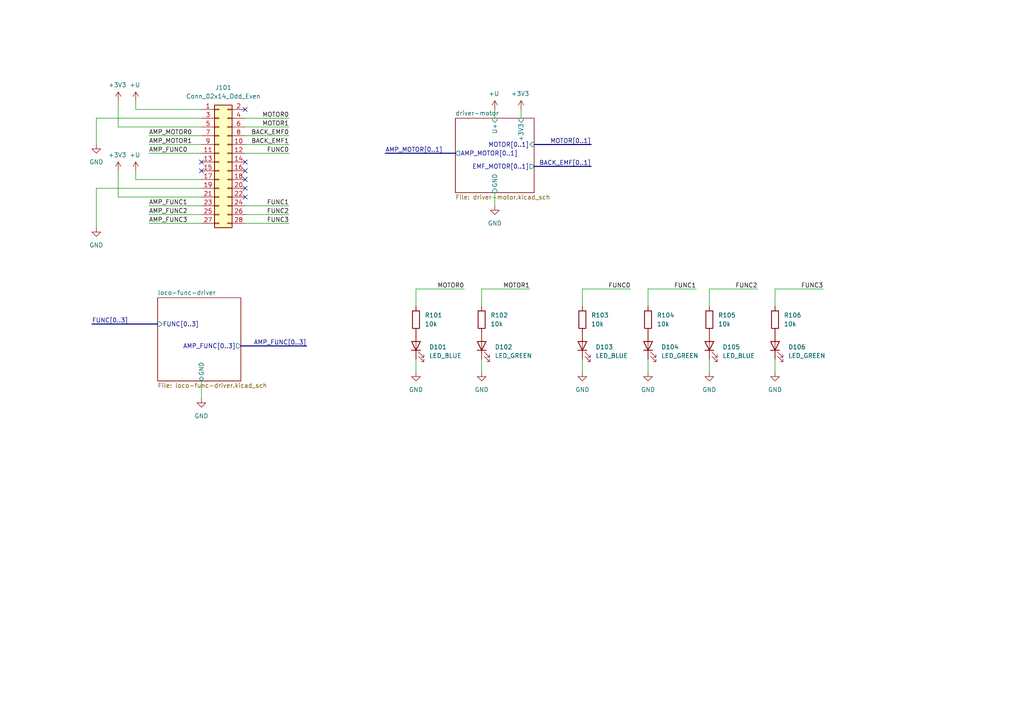
<source format=kicad_sch>
(kicad_sch (version 20231120) (generator "eeschema") (generator_version "8.0")
  (paper "A4")
  (lib_symbols
    (symbol "Connector_Generic:Conn_02x14_Odd_Even" (pin_names (offset 1.016) hide)
      (property "Reference" "J" (at 1.27 17.78 0))
      (property "Value" "Conn_02x14_Odd_Even" (at 1.27 -20.32 0))
      (symbol "Conn_02x14_Odd_Even_1_1"
        (rectangle (start -1.27 -17.653) (end 0 -17.907) (stroke (width 0.1524)))
        (rectangle (start -1.27 -15.113) (end 0 -15.367) (stroke (width 0.1524)))
        (rectangle (start -1.27 -12.573) (end 0 -12.827) (stroke (width 0.1524)))
        (rectangle (start -1.27 -10.033) (end 0 -10.287) (stroke (width 0.1524)))
        (rectangle (start -1.27 -7.493) (end 0 -7.747) (stroke (width 0.1524)))
        (rectangle (start -1.27 -4.953) (end 0 -5.207) (stroke (width 0.1524)))
        (rectangle (start -1.27 -2.413) (end 0 -2.667) (stroke (width 0.1524)))
        (rectangle (start -1.27 0.127) (end 0 -0.127) (stroke (width 0.1524)))
        (rectangle (start -1.27 2.667) (end 0 2.413) (stroke (width 0.1524)))
        (rectangle (start -1.27 5.207) (end 0 4.953) (stroke (width 0.1524)))
        (rectangle (start -1.27 7.747) (end 0 7.493) (stroke (width 0.1524)))
        (rectangle (start -1.27 10.287) (end 0 10.033) (stroke (width 0.1524)))
        (rectangle (start -1.27 12.827) (end 0 12.573) (stroke (width 0.1524)))
        (rectangle (start -1.27 15.367) (end 0 15.113) (stroke (width 0.1524)))
        (rectangle (start -1.27 16.51) (end 3.81 -19.05) (stroke (width 0.254)) (fill (type background)))
        (rectangle (start 3.81 -17.653) (end 2.54 -17.907) (stroke (width 0.1524)))
        (rectangle (start 3.81 -15.113) (end 2.54 -15.367) (stroke (width 0.1524)))
        (rectangle (start 3.81 -12.573) (end 2.54 -12.827) (stroke (width 0.1524)))
        (rectangle (start 3.81 -10.033) (end 2.54 -10.287) (stroke (width 0.1524)))
        (rectangle (start 3.81 -7.493) (end 2.54 -7.747) (stroke (width 0.1524)))
        (rectangle (start 3.81 -4.953) (end 2.54 -5.207) (stroke (width 0.1524)))
        (rectangle (start 3.81 -2.413) (end 2.54 -2.667) (stroke (width 0.1524)))
        (rectangle (start 3.81 0.127) (end 2.54 -0.127) (stroke (width 0.1524)))
        (rectangle (start 3.81 2.667) (end 2.54 2.413) (stroke (width 0.1524)))
        (rectangle (start 3.81 5.207) (end 2.54 4.953) (stroke (width 0.1524)))
        (rectangle (start 3.81 7.747) (end 2.54 7.493) (stroke (width 0.1524)))
        (rectangle (start 3.81 10.287) (end 2.54 10.033) (stroke (width 0.1524)))
        (rectangle (start 3.81 12.827) (end 2.54 12.573) (stroke (width 0.1524)))
        (rectangle (start 3.81 15.367) (end 2.54 15.113) (stroke (width 0.1524)))
        (pin passive line (at -5.08 15.24 0) (length 3.81) (name "Pin_1") (number "1"))
        (pin passive line (at 7.62 5.08 180) (length 3.81) (name "Pin_10") (number "10"))
        (pin passive line (at -5.08 2.54 0) (length 3.81) (name "Pin_11") (number "11"))
        (pin passive line (at 7.62 2.54 180) (length 3.81) (name "Pin_12") (number "12"))
        (pin passive line (at -5.08 0 0) (length 3.81) (name "Pin_13") (number "13"))
        (pin passive line (at 7.62 0 180) (length 3.81) (name "Pin_14") (number "14"))
        (pin passive line (at -5.08 -2.54 0) (length 3.81) (name "Pin_15") (number "15"))
        (pin passive line (at 7.62 -2.54 180) (length 3.81) (name "Pin_16") (number "16"))
        (pin passive line (at -5.08 -5.08 0) (length 3.81) (name "Pin_17") (number "17"))
        (pin passive line (at 7.62 -5.08 180) (length 3.81) (name "Pin_18") (number "18"))
        (pin passive line (at -5.08 -7.62 0) (length 3.81) (name "Pin_19") (number "19"))
        (pin passive line (at 7.62 15.24 180) (length 3.81) (name "Pin_2") (number "2"))
        (pin passive line (at 7.62 -7.62 180) (length 3.81) (name "Pin_20") (number "20"))
        (pin passive line (at -5.08 -10.16 0) (length 3.81) (name "Pin_21") (number "21"))
        (pin passive line (at 7.62 -10.16 180) (length 3.81) (name "Pin_22") (number "22"))
        (pin passive line (at -5.08 -12.7 0) (length 3.81) (name "Pin_23") (number "23"))
        (pin passive line (at 7.62 -12.7 180) (length 3.81) (name "Pin_24") (number "24"))
        (pin passive line (at -5.08 -15.24 0) (length 3.81) (name "Pin_25") (number "25"))
        (pin passive line (at 7.62 -15.24 180) (length 3.81) (name "Pin_26") (number "26"))
        (pin passive line (at -5.08 -17.78 0) (length 3.81) (name "Pin_27") (number "27"))
        (pin passive line (at 7.62 -17.78 180) (length 3.81) (name "Pin_28") (number "28"))
        (pin passive line (at -5.08 12.7 0) (length 3.81) (name "Pin_3") (number "3"))
        (pin passive line (at 7.62 12.7 180) (length 3.81) (name "Pin_4") (number "4"))
        (pin passive line (at -5.08 10.16 0) (length 3.81) (name "Pin_5") (number "5"))
        (pin passive line (at 7.62 10.16 180) (length 3.81) (name "Pin_6") (number "6"))
        (pin passive line (at -5.08 7.62 0) (length 3.81) (name "Pin_7") (number "7"))
        (pin passive line (at 7.62 7.62 180) (length 3.81) (name "Pin_8") (number "8"))
        (pin passive line (at -5.08 5.08 0) (length 3.81) (name "Pin_9") (number "9"))
      )
    )
    (symbol "Device:LED" (pin_numbers hide) (pin_names (offset 1.016) hide)
      (property "Reference" "D" (at 0 2.54 0))
      (property "Value" "LED" (at 0 -2.54 0))
      (symbol "LED_0_1"
        (polyline (pts (xy -1.27 -1.27) (xy -1.27 1.27)) (stroke (width 0.254)))
        (polyline (pts (xy -1.27 0) (xy 1.27 0)))
        (polyline (pts (xy 1.27 -1.27) (xy 1.27 1.27) (xy -1.27 0) (xy 1.27 -1.27)) (stroke (width 0.254)))
        (polyline (pts (xy -3.048 -0.762) (xy -4.572 -2.286) (xy -3.81 -2.286) (xy -4.572 -2.286) (xy -4.572 -1.524)))
        (polyline (pts (xy -1.778 -0.762) (xy -3.302 -2.286) (xy -2.54 -2.286) (xy -3.302 -2.286) (xy -3.302 -1.524)))
      )
      (symbol "LED_1_1"
        (pin passive line (at -3.81 0 0) (length 2.54) (name "K") (number "1"))
        (pin passive line (at 3.81 0 180) (length 2.54) (name "A") (number "2"))
      )
    )
    (symbol "Device:R" (pin_numbers hide) (pin_names (offset 0))
      (property "Reference" "R" (at 2.032 0 90))
      (property "Value" "R" (at 0 0 90))
      (symbol "R_0_1"
        (rectangle (start -1.016 -2.54) (end 1.016 2.54) (stroke (width 0.254)))
      )
      (symbol "R_1_1"
        (pin passive line (at 0 3.81 270) (length 1.27) (name "~") (number "1"))
        (pin passive line (at 0 -3.81 90) (length 1.27) (name "~") (number "2"))
      )
    )
    (symbol "power:+3V3" (power) (pin_names (offset 0))
      (property "Value" "+3V3" (at 0 3.556 0))
      (symbol "+3V3_0_1"
        (polyline (pts (xy -0.762 1.27) (xy 0 2.54)))
        (polyline (pts (xy 0 0) (xy 0 2.54)))
        (polyline (pts (xy 0 2.54) (xy 0.762 1.27)))
      )
      (symbol "+3V3_1_1"
        (pin power_in line (at 0 0 90) (length 0) hide (name "+3V3") (number "1"))
      )
    )
    (symbol "power:+5V" (power) (pin_names (offset 0))
      (property "Value" "+5V" (at 0 3.556 0))
      (symbol "+5V_0_1"
        (polyline (pts (xy -0.762 1.27) (xy 0 2.54)))
        (polyline (pts (xy 0 0) (xy 0 2.54)))
        (polyline (pts (xy 0 2.54) (xy 0.762 1.27)))
      )
      (symbol "+5V_1_1"
        (pin power_in line (at 0 0 90) (length 0) hide (name "+5V") (number "1"))
      )
    )
    (symbol "power:GND" (power) (pin_names (offset 0))
      (property "Value" "GND" (at 0 -3.81 0))
      (symbol "GND_0_1"
        (polyline (pts (xy 0 0) (xy 0 -1.27) (xy 1.27 -1.27) (xy 0 -2.54) (xy -1.27 -1.27) (xy 0 -1.27)))
      )
      (symbol "GND_1_1"
        (pin power_in line (at 0 0 270) (length 0) hide (name "GND") (number "1"))
      )
    )
  )
  (no_connect (at 71.12 46.99))
  (no_connect (at 58.42 49.53))
  (no_connect (at 71.12 54.61))
  (no_connect (at 71.12 31.75))
  (no_connect (at 71.12 57.15))
  (no_connect (at 58.42 46.99))
  (no_connect (at 71.12 52.07))
  (no_connect (at 71.12 49.53))
  (wire (pts (xy 151.13 31.75) (xy 151.13 34.29)))
  (wire (pts (xy 43.18 44.45) (xy 58.42 44.45)))
  (wire (pts (xy 205.74 104.14) (xy 205.74 107.95)))
  (wire (pts (xy 39.37 49.53) (xy 39.37 52.07)))
  (wire (pts (xy 83.82 34.29) (xy 71.12 34.29)))
  (bus (pts (xy 69.85 100.33) (xy 88.9 100.33)))
  (wire (pts (xy 39.37 29.21) (xy 39.37 31.75)))
  (bus (pts (xy 154.94 48.26) (xy 171.45 48.26)))
  (bus (pts (xy 26.67 93.98) (xy 45.72 93.98)))
  (wire (pts (xy 205.74 83.82) (xy 219.71 83.82)))
  (wire (pts (xy 224.79 83.82) (xy 224.79 88.9)))
  (wire (pts (xy 83.82 36.83) (xy 71.12 36.83)))
  (wire (pts (xy 39.37 31.75) (xy 58.42 31.75)))
  (wire (pts (xy 34.29 36.83) (xy 58.42 36.83)))
  (wire (pts (xy 58.42 110.49) (xy 58.42 115.57)))
  (wire (pts (xy 205.74 83.82) (xy 205.74 88.9)))
  (wire (pts (xy 143.51 55.88) (xy 143.51 59.69)))
  (wire (pts (xy 43.18 41.91) (xy 58.42 41.91)))
  (wire (pts (xy 58.42 54.61) (xy 27.94 54.61)))
  (wire (pts (xy 43.18 39.37) (xy 58.42 39.37)))
  (wire (pts (xy 139.7 104.14) (xy 139.7 107.95)))
  (wire (pts (xy 43.18 64.77) (xy 58.42 64.77)))
  (wire (pts (xy 83.82 39.37) (xy 71.12 39.37)))
  (wire (pts (xy 139.7 83.82) (xy 139.7 88.9)))
  (wire (pts (xy 83.82 41.91) (xy 71.12 41.91)))
  (bus (pts (xy 154.94 41.91) (xy 171.45 41.91)))
  (wire (pts (xy 139.7 83.82) (xy 153.67 83.82)))
  (wire (pts (xy 120.65 83.82) (xy 134.62 83.82)))
  (bus (pts (xy 132.08 44.45) (xy 111.76 44.45)))
  (wire (pts (xy 43.18 62.23) (xy 58.42 62.23)))
  (wire (pts (xy 143.51 31.75) (xy 143.51 34.29)))
  (wire (pts (xy 224.79 104.14) (xy 224.79 107.95)))
  (wire (pts (xy 168.91 83.82) (xy 168.91 88.9)))
  (wire (pts (xy 71.12 62.23) (xy 83.82 62.23)))
  (wire (pts (xy 120.65 83.82) (xy 120.65 88.9)))
  (wire (pts (xy 83.82 59.69) (xy 71.12 59.69)))
  (wire (pts (xy 168.91 83.82) (xy 182.88 83.82)))
  (wire (pts (xy 83.82 44.45) (xy 71.12 44.45)))
  (wire (pts (xy 187.96 104.14) (xy 187.96 107.95)))
  (wire (pts (xy 224.79 83.82) (xy 238.76 83.82)))
  (wire (pts (xy 43.18 59.69) (xy 58.42 59.69)))
  (wire (pts (xy 34.29 57.15) (xy 58.42 57.15)))
  (wire (pts (xy 39.37 52.07) (xy 58.42 52.07)))
  (wire (pts (xy 120.65 104.14) (xy 120.65 107.95)))
  (wire (pts (xy 187.96 83.82) (xy 187.96 88.9)))
  (wire (pts (xy 168.91 104.14) (xy 168.91 107.95)))
  (wire (pts (xy 187.96 83.82) (xy 201.93 83.82)))
  (wire (pts (xy 27.94 34.29) (xy 27.94 41.91)))
  (wire (pts (xy 27.94 54.61) (xy 27.94 66.04)))
  (wire (pts (xy 34.29 49.53) (xy 34.29 57.15)))
  (wire (pts (xy 34.29 29.21) (xy 34.29 36.83)))
  (wire (pts (xy 58.42 34.29) (xy 27.94 34.29)))
  (wire (pts (xy 71.12 64.77) (xy 83.82 64.77)))
  (label "FUNC2" (at 219.71 83.82 180))
  (label "MOTOR[0..1]" (at 171.45 41.91 180))
  (label "AMP_FUNC0" (at 43.18 44.45 0))
  (label "BACK_EMF[0..1]" (at 171.45 48.26 180))
  (label "MOTOR1" (at 83.82 36.83 180))
  (label "MOTOR0" (at 83.82 34.29 180))
  (label "AMP_FUNC3" (at 43.18 64.77 0))
  (label "AMP_MOTOR0" (at 43.18 39.37 0))
  (label "FUNC3" (at 83.82 64.77 180))
  (label "MOTOR1" (at 153.67 83.82 180))
  (label "FUNC[0..3]" (at 26.67 93.98 0))
  (label "MOTOR0" (at 134.62 83.82 180))
  (label "FUNC1" (at 83.82 59.69 180))
  (label "FUNC2" (at 83.82 62.23 180))
  (label "AMP_MOTOR[0..1]" (at 111.76 44.45 0))
  (label "FUNC1" (at 201.93 83.82 180))
  (label "FUNC0" (at 182.88 83.82 180))
  (label "AMP_FUNC[0..3]" (at 88.9 100.33 180))
  (label "BACK_EMF0" (at 83.82 39.37 180))
  (label "AMP_MOTOR1" (at 43.18 41.91 0))
  (label "AMP_FUNC2" (at 43.18 62.23 0))
  (label "AMP_FUNC1" (at 43.18 59.69 0))
  (label "BACK_EMF1" (at 83.82 41.91 180))
  (label "FUNC3" (at 238.76 83.82 180))
  (label "FUNC0" (at 83.82 44.45 180))
  (symbol (lib_id "Device:LED") (at 187.96 100.33 90) (unit 1)
    (property "Reference" "D104" (at 191.77 100.6475 90) (effects (justify right)))
    (property "Value" "LED_GREEN" (at 191.77 103.1875 90) (effects (justify right)))
    (property "Footprint" "LED_SMD:LED_0805_2012Metric_Pad1.15x1.40mm_HandSolder" (effects (hide yes)))
    (property "Description" "Light emitting diode" (effects (hide yes)))
    (property "OLI_ID" "LED-GREEN_0805" (effects (hide yes)))
  )
  (symbol (lib_id "power:GND") (at 168.91 107.95 0) (unit 1)
    (property "Reference" "#PWR0110" (effects (hide yes)))
    (property "Value" "GND" (at 168.91 113.03 0))
    (property "Description" "Power symbol creates a global label with name \"GND\" , ground" (effects (hide yes)))
  )
  (symbol (lib_id "power:GND") (at 139.7 107.95 0) (unit 1)
    (property "Reference" "#PWR0109" (effects (hide yes)))
    (property "Value" "GND" (at 139.7 113.03 0))
    (property "Description" "Power symbol creates a global label with name \"GND\" , ground" (effects (hide yes)))
  )
  (symbol (lib_id "Device:R") (at 187.96 92.71 0) (unit 1)
    (property "Reference" "R104" (at 190.5 91.44 0) (effects (justify left)))
    (property "Value" "10k" (at 190.5 93.98 0) (effects (justify left)))
    (property "Footprint" "Resistor_SMD:R_0805_2012Metric_Pad1.20x1.40mm_HandSolder" (effects (hide yes)))
    (property "Description" "Resistor" (effects (hide yes)))
    (property "OLI_ID" "10k_0805" (effects (hide yes)))
  )
  (symbol (lib_id "power:+5V") (at 39.37 29.21 0) (unit 1)
    (property "Reference" "#PWR0101" (effects (hide yes)))
    (property "Value" "+U" (at 39.116 24.638 0))
    (property "Description" "Power symbol creates a global label with name \"+5V\"" (effects (hide yes)))
  )
  (symbol (lib_id "power:GND") (at 27.94 41.91 0) (unit 1)
    (property "Reference" "#PWR0102" (effects (hide yes)))
    (property "Value" "GND" (at 27.94 46.99 0))
    (property "Description" "Power symbol creates a global label with name \"GND\" , ground" (effects (hide yes)))
  )
  (symbol (lib_id "Device:R") (at 120.65 92.71 0) (unit 1)
    (property "Reference" "R101" (at 123.19 91.44 0) (effects (justify left)))
    (property "Value" "10k" (at 123.19 93.98 0) (effects (justify left)))
    (property "Footprint" "Resistor_SMD:R_0805_2012Metric_Pad1.20x1.40mm_HandSolder" (effects (hide yes)))
    (property "Description" "Resistor" (effects (hide yes)))
    (property "OLI_ID" "10k_0805" (effects (hide yes)))
  )
  (symbol (lib_id "power:GND") (at 58.42 115.57 0) (unit 1)
    (property "Reference" "#PWR0104" (effects (hide yes)))
    (property "Value" "GND" (at 58.42 120.65 0))
    (property "Description" "Power symbol creates a global label with name \"GND\" , ground" (effects (hide yes)))
  )
  (symbol (lib_id "power:+3V3") (at 34.29 49.53 0) (unit 1)
    (property "Reference" "#PWR0106" (effects (hide yes)))
    (property "Value" "+3V3" (at 34.036 44.958 0))
    (property "Description" "Power symbol creates a global label with name \"+3V3\"" (effects (hide yes)))
  )
  (symbol (lib_id "power:+3V3") (at 151.13 31.75 0) (unit 1)
    (property "Reference" "#PWR0116" (effects (hide yes)))
    (property "Value" "+3V3" (at 150.876 27.178 0))
    (property "Description" "Power symbol creates a global label with name \"+3V3\"" (effects (hide yes)))
  )
  (symbol (lib_id "power:+5V") (at 143.51 31.75 0) (unit 1)
    (property "Reference" "#PWR0114" (effects (hide yes)))
    (property "Value" "+U" (at 143.256 27.178 0))
    (property "Description" "Power symbol creates a global label with name \"+5V\"" (effects (hide yes)))
  )
  (symbol (lib_id "power:GND") (at 27.94 66.04 0) (unit 1)
    (property "Reference" "#PWR0105" (effects (hide yes)))
    (property "Value" "GND" (at 27.94 71.12 0))
    (property "Description" "Power symbol creates a global label with name \"GND\" , ground" (effects (hide yes)))
  )
  (symbol (lib_id "Device:LED") (at 224.79 100.33 90) (unit 1)
    (property "Reference" "D106" (at 228.6 100.6475 90) (effects (justify right)))
    (property "Value" "LED_GREEN" (at 228.6 103.1875 90) (effects (justify right)))
    (property "Footprint" "LED_SMD:LED_0805_2012Metric_Pad1.15x1.40mm_HandSolder" (effects (hide yes)))
    (property "Description" "Light emitting diode" (effects (hide yes)))
    (property "OLI_ID" "LED-GREEN_0805" (effects (hide yes)))
  )
  (symbol (lib_id "Device:R") (at 168.91 92.71 0) (unit 1)
    (property "Reference" "R103" (at 171.45 91.44 0) (effects (justify left)))
    (property "Value" "10k" (at 171.45 93.98 0) (effects (justify left)))
    (property "Footprint" "Resistor_SMD:R_0805_2012Metric_Pad1.20x1.40mm_HandSolder" (effects (hide yes)))
    (property "Description" "Resistor" (effects (hide yes)))
    (property "OLI_ID" "10k_0805" (effects (hide yes)))
  )
  (symbol (lib_id "power:GND") (at 120.65 107.95 0) (unit 1)
    (property "Reference" "#PWR0108" (effects (hide yes)))
    (property "Value" "GND" (at 120.65 113.03 0))
    (property "Description" "Power symbol creates a global label with name \"GND\" , ground" (effects (hide yes)))
  )
  (symbol (lib_id "Device:LED") (at 139.7 100.33 90) (unit 1)
    (property "Reference" "D102" (at 143.51 100.6475 90) (effects (justify right)))
    (property "Value" "LED_GREEN" (at 143.51 103.1875 90) (effects (justify right)))
    (property "Footprint" "LED_SMD:LED_0805_2012Metric_Pad1.15x1.40mm_HandSolder" (effects (hide yes)))
    (property "Description" "Light emitting diode" (effects (hide yes)))
    (property "OLI_ID" "LED-GREEN_0805" (effects (hide yes)))
  )
  (symbol (lib_id "power:GND") (at 187.96 107.95 0) (unit 1)
    (property "Reference" "#PWR0111" (effects (hide yes)))
    (property "Value" "GND" (at 187.96 113.03 0))
    (property "Description" "Power symbol creates a global label with name \"GND\" , ground" (effects (hide yes)))
  )
  (symbol (lib_id "power:GND") (at 143.51 59.69 0) (unit 1)
    (property "Reference" "#PWR0115" (effects (hide yes)))
    (property "Value" "GND" (at 143.51 64.77 0))
    (property "Description" "Power symbol creates a global label with name \"GND\" , ground" (effects (hide yes)))
  )
  (symbol (lib_id "Device:R") (at 205.74 92.71 0) (unit 1)
    (property "Reference" "R105" (at 208.28 91.44 0) (effects (justify left)))
    (property "Value" "10k" (at 208.28 93.98 0) (effects (justify left)))
    (property "Footprint" "Resistor_SMD:R_0805_2012Metric_Pad1.20x1.40mm_HandSolder" (effects (hide yes)))
    (property "Description" "Resistor" (effects (hide yes)))
    (property "OLI_ID" "10k_0805" (effects (hide yes)))
  )
  (symbol (lib_id "Device:R") (at 139.7 92.71 0) (unit 1)
    (property "Reference" "R102" (at 142.24 91.44 0) (effects (justify left)))
    (property "Value" "10k" (at 142.24 93.98 0) (effects (justify left)))
    (property "Footprint" "Resistor_SMD:R_0805_2012Metric_Pad1.20x1.40mm_HandSolder" (effects (hide yes)))
    (property "Description" "Resistor" (effects (hide yes)))
    (property "OLI_ID" "10k_0805" (effects (hide yes)))
  )
  (symbol (lib_id "power:GND") (at 224.79 107.95 0) (unit 1)
    (property "Reference" "#PWR0113" (effects (hide yes)))
    (property "Value" "GND" (at 224.79 113.03 0))
    (property "Description" "Power symbol creates a global label with name \"GND\" , ground" (effects (hide yes)))
  )
  (symbol (lib_id "Connector_Generic:Conn_02x14_Odd_Even") (at 63.5 46.99 0) (unit 1)
    (property "Reference" "J101" (at 64.77 25.4 0))
    (property "Value" "Conn_02x14_Odd_Even" (at 64.77 27.94 0))
    (property "Footprint" "Connector_PinSocket_2.54mm:PinSocket_2x14_P2.54mm_Horizontal" (effects (hide yes)))
    (property "Description" "Generic connector, double row, 02x14, odd/even pin numbering scheme (row 1 odd numbers, row 2 even numbers), script generated (kicad-library-utils/schlib/autogen/connector/)" (effects (hide yes)))
  )
  (symbol (lib_id "Device:LED") (at 205.74 100.33 90) (unit 1)
    (property "Reference" "D105" (at 209.55 100.6475 90) (effects (justify right)))
    (property "Value" "LED_BLUE" (at 209.55 103.1875 90) (effects (justify right)))
    (property "Footprint" "LED_SMD:LED_0805_2012Metric_Pad1.15x1.40mm_HandSolder" (effects (hide yes)))
    (property "Description" "Light emitting diode" (effects (hide yes)))
    (property "OLI_ID" "LED-BLUE_0805" (effects (hide yes)))
  )
  (symbol (lib_id "Device:LED") (at 120.65 100.33 90) (unit 1)
    (property "Reference" "D101" (at 124.46 100.6475 90) (effects (justify right)))
    (property "Value" "LED_BLUE" (at 124.46 103.1875 90) (effects (justify right)))
    (property "Footprint" "LED_SMD:LED_0805_2012Metric_Pad1.15x1.40mm_HandSolder" (effects (hide yes)))
    (property "Description" "Light emitting diode" (effects (hide yes)))
    (property "OLI_ID" "LED-BLUE_0805" (effects (hide yes)))
  )
  (symbol (lib_id "Device:R") (at 224.79 92.71 0) (unit 1)
    (property "Reference" "R106" (at 227.33 91.44 0) (effects (justify left)))
    (property "Value" "10k" (at 227.33 93.98 0) (effects (justify left)))
    (property "Footprint" "Resistor_SMD:R_0805_2012Metric_Pad1.20x1.40mm_HandSolder" (effects (hide yes)))
    (property "Description" "Resistor" (effects (hide yes)))
    (property "OLI_ID" "10k_0805" (effects (hide yes)))
  )
  (symbol (lib_id "power:+5V") (at 39.37 49.53 0) (unit 1)
    (property "Reference" "#PWR0107" (effects (hide yes)))
    (property "Value" "+U" (at 39.116 44.958 0))
    (property "Description" "Power symbol creates a global label with name \"+5V\"" (effects (hide yes)))
  )
  (symbol (lib_id "Device:LED") (at 168.91 100.33 90) (unit 1)
    (property "Reference" "D103" (at 172.72 100.6475 90) (effects (justify right)))
    (property "Value" "LED_BLUE" (at 172.72 103.1875 90) (effects (justify right)))
    (property "Footprint" "LED_SMD:LED_0805_2012Metric_Pad1.15x1.40mm_HandSolder" (effects (hide yes)))
    (property "Description" "Light emitting diode" (effects (hide yes)))
    (property "OLI_ID" "LED-BLUE_0805" (effects (hide yes)))
  )
  (symbol (lib_id "power:GND") (at 205.74 107.95 0) (unit 1)
    (property "Reference" "#PWR0112" (effects (hide yes)))
    (property "Value" "GND" (at 205.74 113.03 0))
    (property "Description" "Power symbol creates a global label with name \"GND\" , ground" (effects (hide yes)))
  )
  (symbol (lib_id "power:+3V3") (at 34.29 29.21 0) (unit 1)
    (property "Reference" "#PWR0103" (effects (hide yes)))
    (property "Value" "+3V3" (at 34.036 24.638 0))
    (property "Description" "Power symbol creates a global label with name \"+3V3\"" (effects (hide yes)))
  )
  (sheet (at 132.08 34.29) (size 22.86 21.59) (stroke (width 0.1524))
    (property "Sheetname" "driver-motor" (at 132.08 33.5784 0) (effects (justify left bottom)))
    (property "Sheetfile" "driver-motor.kicad_sch" (at 132.08 56.4646 0) (effects (justify left top)))
    (pin "MOTOR[0..1]" input (at 154.94 41.91 0))
    (pin "AMP_MOTOR[0..1]" output (at 132.08 44.45 180))
    (pin "+3V3" input (at 151.13 34.29 90))
    (pin "U+" input (at 143.51 34.29 90))
    (pin "EMF_MOTOR[0..1]" output (at 154.94 48.26 0))
    (pin "GND" input (at 143.51 55.88 270))
  )
  (sheet (at 45.72 86.36) (size 24.13 24.13) (stroke (width 0.1524))
    (property "Sheetname" "loco-func-driver" (at 45.72 85.6484 0) (effects (justify left bottom)))
    (property "Sheetfile" "loco-func-driver.kicad_sch" (at 45.72 111.0746 0) (effects (justify left top)))
    (pin "FUNC[0..3]" input (at 45.72 93.98 180))
    (pin "GND" bidirectional (at 58.42 110.49 270))
    (pin "AMP_FUNC[0..3]" output (at 69.85 100.33 0))
  )
)
</source>
